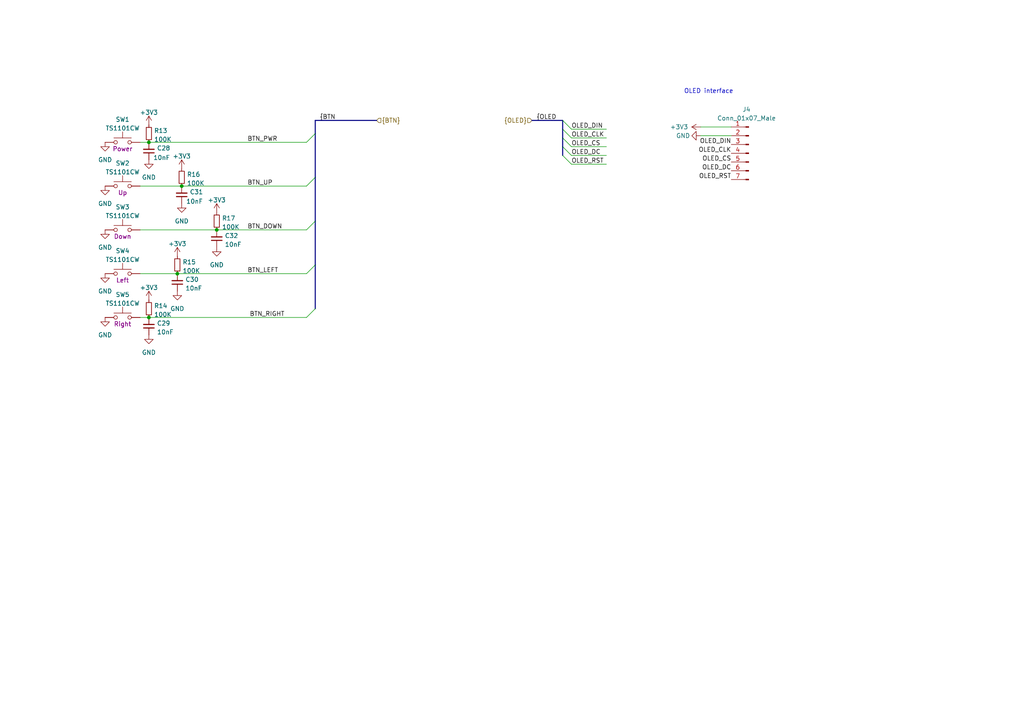
<source format=kicad_sch>
(kicad_sch (version 20211123) (generator eeschema)
  (paper "A4")
  (title_block (title "User Interface") (date "2022-05-26") (rev "v0.1") (company "Coilchain"))
  (lib_symbols
    (symbol "Connector:Conn_01x07_Male" (pin_names (offset 1.016) hide)
      (property "Reference" "J" (at 0 10.16 0))
      (property "Value" "Conn_01x07_Male" (at 0 -10.16 0))
      (symbol "Conn_01x07_Male_1_1"
        (polyline (pts (xy 1.27 -7.62) (xy 0.8636 -7.62)) (stroke (width 0.1524)))
        (polyline (pts (xy 1.27 -5.08) (xy 0.8636 -5.08)) (stroke (width 0.1524)))
        (polyline (pts (xy 1.27 -2.54) (xy 0.8636 -2.54)) (stroke (width 0.1524)))
        (polyline (pts (xy 1.27 0) (xy 0.8636 0)) (stroke (width 0.1524)))
        (polyline (pts (xy 1.27 2.54) (xy 0.8636 2.54)) (stroke (width 0.1524)))
        (polyline (pts (xy 1.27 5.08) (xy 0.8636 5.08)) (stroke (width 0.1524)))
        (polyline (pts (xy 1.27 7.62) (xy 0.8636 7.62)) (stroke (width 0.1524)))
        (rectangle (start 0.8636 -7.493) (end 0 -7.747) (stroke (width 0.1524)) (fill (type outline)))
        (rectangle (start 0.8636 -4.953) (end 0 -5.207) (stroke (width 0.1524)) (fill (type outline)))
        (rectangle (start 0.8636 -2.413) (end 0 -2.667) (stroke (width 0.1524)) (fill (type outline)))
        (rectangle (start 0.8636 0.127) (end 0 -0.127) (stroke (width 0.1524)) (fill (type outline)))
        (rectangle (start 0.8636 2.667) (end 0 2.413) (stroke (width 0.1524)) (fill (type outline)))
        (rectangle (start 0.8636 5.207) (end 0 4.953) (stroke (width 0.1524)) (fill (type outline)))
        (rectangle (start 0.8636 7.747) (end 0 7.493) (stroke (width 0.1524)) (fill (type outline)))
        (pin passive line (at 5.08 7.62 180) (length 3.81) (name "Pin_1") (number "1"))
        (pin passive line (at 5.08 5.08 180) (length 3.81) (name "Pin_2") (number "2"))
        (pin passive line (at 5.08 2.54 180) (length 3.81) (name "Pin_3") (number "3"))
        (pin passive line (at 5.08 0 180) (length 3.81) (name "Pin_4") (number "4"))
        (pin passive line (at 5.08 -2.54 180) (length 3.81) (name "Pin_5") (number "5"))
        (pin passive line (at 5.08 -5.08 180) (length 3.81) (name "Pin_6") (number "6"))
        (pin passive line (at 5.08 -7.62 180) (length 3.81) (name "Pin_7") (number "7"))
      )
    )
    (symbol "Device:C_Small" (pin_numbers hide) (pin_names (offset 0.254) hide)
      (property "Reference" "C" (at 0.254 1.778 0))
      (property "Value" "C_Small" (at 0.254 -2.032 0))
      (symbol "C_Small_0_1"
        (polyline (pts (xy -1.524 -0.508) (xy 1.524 -0.508)) (stroke (width 0.3302)))
        (polyline (pts (xy -1.524 0.508) (xy 1.524 0.508)) (stroke (width 0.3048)))
      )
      (symbol "C_Small_1_1"
        (pin passive line (at 0 2.54 270) (length 2.032) (name "~") (number "1"))
        (pin passive line (at 0 -2.54 90) (length 2.032) (name "~") (number "2"))
      )
    )
    (symbol "Device:R_Small" (pin_numbers hide) (pin_names (offset 0.254) hide)
      (property "Reference" "R" (at 0.762 0.508 0))
      (property "Value" "R_Small" (at 0.762 -1.016 0))
      (symbol "R_Small_0_1"
        (rectangle (start -0.762 1.778) (end 0.762 -1.778) (stroke (width 0.2032)))
      )
      (symbol "R_Small_1_1"
        (pin passive line (at 0 2.54 270) (length 0.762) (name "~") (number "1"))
        (pin passive line (at 0 -2.54 90) (length 0.762) (name "~") (number "2"))
      )
    )
    (symbol "Switch:SW_Push" (pin_numbers hide) (pin_names (offset 1.016) hide)
      (property "Reference" "SW" (at 1.27 2.54 0))
      (property "Value" "SW_Push" (at 0 -1.524 0))
      (symbol "SW_Push_0_1"
        (circle (center -2.032 0) (radius 0.508))
        (polyline (pts (xy 0 1.27) (xy 0 3.048)))
        (polyline (pts (xy 2.54 1.27) (xy -2.54 1.27)))
        (circle (center 2.032 0) (radius 0.508))
        (pin passive line (at -5.08 0 0) (length 2.54) (name "1") (number "1"))
        (pin passive line (at 5.08 0 180) (length 2.54) (name "2") (number "2"))
      )
    )
    (symbol "power:+3.3V" (power) (pin_names (offset 0))
      (property "Value" "+3.3V" (at 0 3.556 0))
      (symbol "+3.3V_0_1"
        (polyline (pts (xy -0.762 1.27) (xy 0 2.54)))
        (polyline (pts (xy 0 0) (xy 0 2.54)))
        (polyline (pts (xy 0 2.54) (xy 0.762 1.27)))
      )
      (symbol "+3.3V_1_1"
        (pin power_in line (at 0 0 90) (length 0) hide (name "+3V3") (number "1"))
      )
    )
    (symbol "power:GND" (power) (pin_names (offset 0))
      (property "Value" "GND" (at 0 -3.81 0))
      (symbol "GND_0_1"
        (polyline (pts (xy 0 0) (xy 0 -1.27) (xy 1.27 -1.27) (xy 0 -2.54) (xy -1.27 -1.27) (xy 0 -1.27)))
      )
      (symbol "GND_1_1"
        (pin power_in line (at 0 0 270) (length 0) hide (name "GND") (number "1"))
      )
    )
  )
  (junction (at 43.18 92.075))
  (junction (at 43.18 41.275))
  (junction (at 62.865 66.675))
  (junction (at 52.705 53.975))
  (junction (at 51.435 79.375))
  (bus_entry (at 163.195 42.545) (size 2.54 2.54))
  (bus_entry (at 163.195 37.465) (size 2.54 2.54))
  (bus_entry (at 91.44 64.135) (size -2.54 2.54))
  (bus_entry (at 91.44 76.835) (size -2.54 2.54))
  (bus_entry (at 163.195 45.085) (size 2.54 2.54))
  (bus_entry (at 91.44 51.435) (size -2.54 2.54))
  (bus_entry (at 163.195 34.925) (size 2.54 2.54))
  (bus_entry (at 163.195 40.005) (size 2.54 2.54))
  (bus_entry (at 91.44 38.735) (size -2.54 2.54))
  (bus_entry (at 91.44 89.535) (size -2.54 2.54))
  (wire (pts (xy 43.18 92.075) (xy 88.9 92.075)))
  (wire (pts (xy 203.2 36.83) (xy 212.09 36.83)))
  (bus (pts (xy 163.195 42.545) (xy 163.195 45.085)))
  (bus (pts (xy 163.195 37.465) (xy 163.195 40.005)))
  (wire (pts (xy 40.64 79.375) (xy 51.435 79.375)))
  (wire (pts (xy 40.64 41.275) (xy 43.18 41.275)))
  (bus (pts (xy 163.195 40.005) (xy 163.195 42.545)))
  (wire (pts (xy 40.64 66.675) (xy 62.865 66.675)))
  (bus (pts (xy 91.44 34.925) (xy 109.22 34.925)))
  (bus (pts (xy 91.44 76.835) (xy 91.44 89.535)))
  (bus (pts (xy 91.44 38.735) (xy 91.44 51.435)))
  (wire (pts (xy 40.64 53.975) (xy 52.705 53.975)))
  (wire (pts (xy 203.2 39.37) (xy 212.09 39.37)))
  (wire (pts (xy 165.735 37.465) (xy 175.895 37.465)))
  (wire (pts (xy 88.9 79.375) (xy 51.435 79.375)))
  (bus (pts (xy 91.44 51.435) (xy 91.44 64.135)))
  (wire (pts (xy 165.735 45.085) (xy 175.895 45.085)))
  (wire (pts (xy 165.735 47.625) (xy 175.895 47.625)))
  (bus (pts (xy 91.44 64.135) (xy 91.44 76.835)))
  (bus (pts (xy 154.305 34.925) (xy 163.195 34.925)))
  (wire (pts (xy 88.9 66.675) (xy 62.865 66.675)))
  (bus (pts (xy 91.44 38.735) (xy 91.44 34.925)))
  (wire (pts (xy 165.735 40.005) (xy 175.895 40.005)))
  (wire (pts (xy 88.9 41.275) (xy 43.18 41.275)))
  (wire (pts (xy 165.735 42.545) (xy 175.895 42.545)))
  (wire (pts (xy 40.64 92.075) (xy 43.18 92.075)))
  (wire (pts (xy 88.9 53.975) (xy 52.705 53.975)))
  (bus (pts (xy 163.195 34.925) (xy 163.195 37.465)))
  (text "OLED interface" (at 212.725 27.305 180) (effects (font (size 1.27 1.27)) (justify right bottom)))
  (label "BTN_UP" (at 71.755 53.975 0))
  (label "OLED_RST" (at 212.09 52.07 180))
  (label "OLED_DC" (at 212.09 49.53 180))
  (label "OLED_DIN" (at 212.09 41.91 180))
  (label "OLED_CS" (at 165.735 42.545 0))
  (label "OLED_CLK" (at 165.735 40.005 0))
  (label "OLED_CS" (at 212.09 46.99 180))
  (label "BTN_PWR" (at 71.755 41.275 0))
  (label "OLED_DC" (at 165.735 45.085 0))
  (label "BTN_DOWN" (at 71.755 66.675 0))
  (label "{OLED" (at 155.575 34.925 0))
  (label "OLED_DIN" (at 165.735 37.465 0))
  (label "OLED_CLK" (at 212.09 44.45 180))
  (label "OLED_RST" (at 165.735 47.625 0))
  (label "BTN_LEFT" (at 71.755 79.375 0))
  (label "{BTN" (at 92.71 34.925 0))
  (label "BTN_RIGHT" (at 72.39 92.075 0))
  (hierarchical_label "{OLED}" (shape input) (at 154.305 34.925 180))
  (hierarchical_label "{BTN}" (shape input) (at 109.22 34.925 0))
  (symbol (lib_id "Device:R_Small") (at 43.18 38.735 0) (unit 1)
    (property "Reference" "R13" (at 44.6786 37.9003 0) (effects (justify left)))
    (property "Value" "100K" (at 44.6786 40.4372 0) (effects (justify left)))
    (property "Footprint" "Resistor_SMD:R_0402_1005Metric_Pad0.72x0.64mm_HandSolder" (effects hide))
  )
  (symbol (lib_id "Device:C_Small") (at 52.705 56.515 180) (unit 1)
    (property "Reference" "C31" (at 55.0291 55.6739 0) (effects (justify right)))
    (property "Value" "10nF" (at 53.975 58.42 0) (effects (justify right)))
    (property "Footprint" "Capacitor_SMD:C_0402_1005Metric_Pad0.74x0.62mm_HandSolder" (effects hide))
  )
  (symbol (lib_id "power:GND") (at 62.865 71.755 0) (unit 1)
    (property "Reference" "#PWR0168" (effects hide))
    (property "Value" "GND" (at 62.865 76.835 0))
  )
  (symbol (lib_id "Switch:SW_Push") (at 35.56 79.375 0) (unit 1)
    (property "Reference" "SW4" (at 35.56 72.7542 0))
    (property "Value" "TS1101CW" (at 35.56 75.2911 0))
    (property "Footprint" "coilchain-switch:TS-1101-C-W" (effects hide))
    (property "Function" "Left" (at 35.56 81.28 0))
  )
  (symbol (lib_id "Device:R_Small") (at 62.865 64.135 0) (unit 1)
    (property "Reference" "R17" (at 64.3636 63.3003 0) (effects (justify left)))
    (property "Value" "100K" (at 64.3636 65.8372 0) (effects (justify left)))
    (property "Footprint" "Resistor_SMD:R_0402_1005Metric_Pad0.72x0.64mm_HandSolder" (effects hide))
  )
  (symbol (lib_id "Switch:SW_Push") (at 35.56 53.975 0) (unit 1)
    (property "Reference" "SW2" (at 35.56 47.3542 0))
    (property "Value" "TS1101CW" (at 35.56 49.8911 0))
    (property "Footprint" "coilchain-switch:TS-1101-C-W" (effects hide))
    (property "Function" "Up" (at 35.56 55.88 0))
  )
  (symbol (lib_id "Switch:SW_Push") (at 35.56 66.675 0) (unit 1)
    (property "Reference" "SW3" (at 35.56 60.0542 0))
    (property "Value" "TS1101CW" (at 35.56 62.5911 0))
    (property "Footprint" "coilchain-switch:TS-1101-C-W" (effects hide))
    (property "Function" "Down" (at 35.56 68.58 0))
  )
  (symbol (lib_id "Connector:Conn_01x07_Male") (at 217.17 44.45 0) (mirror y) (unit 1)
    (property "Reference" "J4" (at 216.535 31.75 0))
    (property "Value" "Conn_01x07_Male" (at 216.535 34.29 0))
    (property "Footprint" "Connector_PinHeader_2.54mm:PinHeader_1x07_P2.54mm_Vertical" (effects hide))
  )
  (symbol (lib_id "power:GND") (at 43.18 46.355 0) (unit 1)
    (property "Reference" "#PWR0154" (effects hide))
    (property "Value" "GND" (at 43.18 51.435 0))
  )
  (symbol (lib_id "Device:C_Small") (at 51.435 81.915 180) (unit 1)
    (property "Reference" "C30" (at 53.7591 81.0739 0) (effects (justify right)))
    (property "Value" "10nF" (at 53.7591 83.6108 0) (effects (justify right)))
    (property "Footprint" "Capacitor_SMD:C_0402_1005Metric_Pad0.74x0.62mm_HandSolder" (effects hide))
  )
  (symbol (lib_id "power:GND") (at 52.705 59.055 0) (unit 1)
    (property "Reference" "#PWR0152" (effects hide))
    (property "Value" "GND" (at 52.705 64.135 0))
  )
  (symbol (lib_id "Device:C_Small") (at 43.18 43.815 180) (unit 1)
    (property "Reference" "C28" (at 45.5041 42.9739 0) (effects (justify right)))
    (property "Value" "10nF" (at 44.45 45.72 0) (effects (justify right)))
    (property "Footprint" "Capacitor_SMD:C_0402_1005Metric_Pad0.74x0.62mm_HandSolder" (effects hide))
  )
  (symbol (lib_id "power:+3.3V") (at 52.705 48.895 0) (unit 1)
    (property "Reference" "#PWR0153" (effects hide))
    (property "Value" "+3.3V" (at 52.705 45.3192 0))
  )
  (symbol (lib_id "Switch:SW_Push") (at 35.56 92.075 0) (unit 1)
    (property "Reference" "SW5" (at 35.56 85.4542 0))
    (property "Value" "TS1101CW" (at 35.56 87.9911 0))
    (property "Footprint" "coilchain-switch:TS-1101-C-W" (effects hide))
    (property "Function" "Right" (at 35.56 93.98 0))
  )
  (symbol (lib_id "Device:C_Small") (at 43.18 94.615 180) (unit 1)
    (property "Reference" "C29" (at 45.5041 93.7739 0) (effects (justify right)))
    (property "Value" "10nF" (at 45.5041 96.3108 0) (effects (justify right)))
    (property "Footprint" "Capacitor_SMD:C_0402_1005Metric_Pad0.74x0.62mm_HandSolder" (effects hide))
  )
  (symbol (lib_id "power:+3.3V") (at 43.18 86.995 0) (unit 1)
    (property "Reference" "#PWR0160" (effects hide))
    (property "Value" "+3.3V" (at 43.18 83.4192 0))
  )
  (symbol (lib_id "Device:C_Small") (at 62.865 69.215 180) (unit 1)
    (property "Reference" "C32" (at 65.1891 68.3739 0) (effects (justify right)))
    (property "Value" "10nF" (at 65.1891 70.9108 0) (effects (justify right)))
    (property "Footprint" "Capacitor_SMD:C_0402_1005Metric_Pad0.74x0.62mm_HandSolder" (effects hide))
  )
  (symbol (lib_id "Device:R_Small") (at 52.705 51.435 0) (unit 1)
    (property "Reference" "R16" (at 54.2036 50.6003 0) (effects (justify left)))
    (property "Value" "100K" (at 54.2036 53.1372 0) (effects (justify left)))
    (property "Footprint" "Resistor_SMD:R_0402_1005Metric_Pad0.72x0.64mm_HandSolder" (effects hide))
  )
  (symbol (lib_id "power:+3.3V") (at 62.865 61.595 0) (unit 1)
    (property "Reference" "#PWR0167" (effects hide))
    (property "Value" "+3.3V" (at 62.865 58.0192 0))
  )
  (symbol (lib_id "power:GND") (at 30.48 53.975 0) (unit 1)
    (property "Reference" "#PWR0164" (effects hide))
    (property "Value" "GND" (at 30.48 59.055 0))
  )
  (symbol (lib_id "power:GND") (at 30.48 66.675 0) (unit 1)
    (property "Reference" "#PWR0157" (effects hide))
    (property "Value" "GND" (at 30.48 71.755 0))
  )
  (symbol (lib_id "power:GND") (at 203.2 39.37 270) (mirror x) (unit 1)
    (property "Reference" "#PWR0165" (effects hide))
    (property "Value" "GND" (at 198.12 39.37 90))
  )
  (symbol (lib_id "power:+3.3V") (at 51.435 74.295 0) (unit 1)
    (property "Reference" "#PWR0162" (effects hide))
    (property "Value" "+3.3V" (at 51.435 70.7192 0))
  )
  (symbol (lib_id "Device:R_Small") (at 43.18 89.535 0) (unit 1)
    (property "Reference" "R14" (at 44.6786 88.7003 0) (effects (justify left)))
    (property "Value" "100K" (at 44.6786 91.2372 0) (effects (justify left)))
    (property "Footprint" "Resistor_SMD:R_0402_1005Metric_Pad0.72x0.64mm_HandSolder" (effects hide))
  )
  (symbol (lib_id "power:GND") (at 51.435 84.455 0) (unit 1)
    (property "Reference" "#PWR0159" (effects hide))
    (property "Value" "GND" (at 51.435 89.535 0))
  )
  (symbol (lib_id "power:GND") (at 43.18 97.155 0) (unit 1)
    (property "Reference" "#PWR0161" (effects hide))
    (property "Value" "GND" (at 43.18 102.235 0))
  )
  (symbol (lib_id "power:GND") (at 30.48 41.275 0) (unit 1)
    (property "Reference" "#PWR0163" (effects hide))
    (property "Value" "GND" (at 30.48 46.355 0))
  )
  (symbol (lib_id "power:+3.3V") (at 203.2 36.83 90) (mirror x) (unit 1)
    (property "Reference" "#PWR0166" (effects hide))
    (property "Value" "+3.3V" (at 194.31 36.83 90) (effects (justify right)))
  )
  (symbol (lib_id "Switch:SW_Push") (at 35.56 41.275 0) (unit 1)
    (property "Reference" "SW1" (at 35.56 34.6542 0))
    (property "Value" "TS1101CW" (at 35.56 37.1911 0))
    (property "Footprint" "coilchain-switch:TS-1101-C-W" (effects hide))
    (property "Function" "Power" (at 35.56 43.18 0))
  )
  (symbol (lib_id "Device:R_Small") (at 51.435 76.835 0) (unit 1)
    (property "Reference" "R15" (at 52.9336 76.0003 0) (effects (justify left)))
    (property "Value" "100K" (at 52.9336 78.5372 0) (effects (justify left)))
    (property "Footprint" "Resistor_SMD:R_0402_1005Metric_Pad0.72x0.64mm_HandSolder" (effects hide))
  )
  (symbol (lib_id "power:GND") (at 30.48 92.075 0) (unit 1)
    (property "Reference" "#PWR0156" (effects hide))
    (property "Value" "GND" (at 30.48 97.155 0))
  )
  (symbol (lib_id "power:+3.3V") (at 43.18 36.195 0) (unit 1)
    (property "Reference" "#PWR0158" (effects hide))
    (property "Value" "+3.3V" (at 43.18 32.6192 0))
  )
  (symbol (lib_id "power:GND") (at 30.48 79.375 0) (unit 1)
    (property "Reference" "#PWR0155" (effects hide))
    (property "Value" "GND" (at 30.48 84.455 0))
  )
)
</source>
